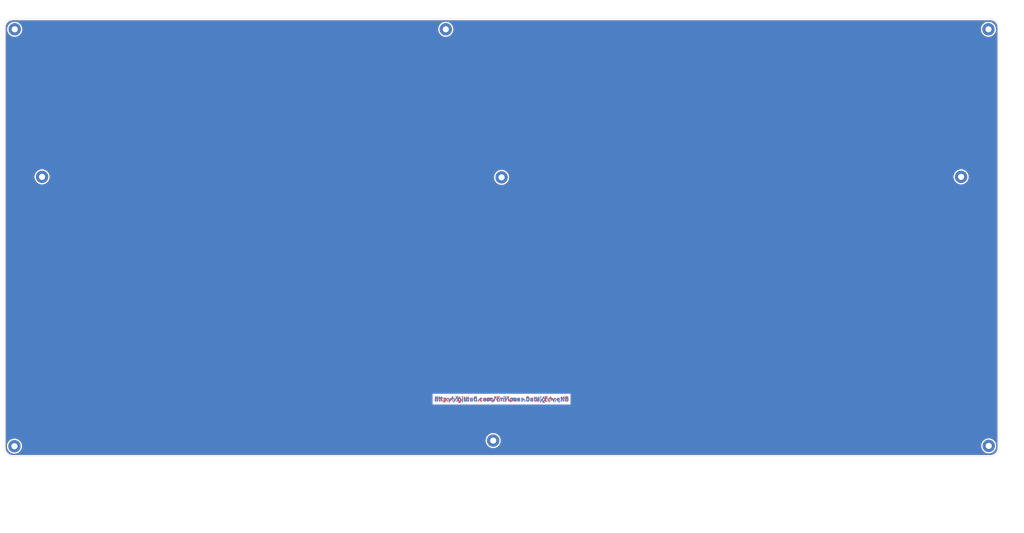
<source format=kicad_pcb>
(kicad_pcb (version 20211014) (generator pcbnew)
  (title_block (title "EnvKB") (date "2021-04-06") (rev "Rev.1"))
  (layers (0 "F.Cu" signal) (31 "B.Cu" signal) (34 "B.Paste" user) (35 "F.Paste" user) (36 "B.SilkS" user "B.Silkscreen") (37 "F.SilkS" user "F.Silkscreen") (38 "B.Mask" user) (39 "F.Mask" user) (44 "Edge.Cuts" user))
  (net 0 "")
  (footprint "MountingHole:MountingHole_2.2mm_M2_Pad" (layer "F.Cu") (at 48.375 116.06)
    (fp_text reference "H9")
    (fp_text value "MountingHole")
    (pad "1" thru_hole circle locked (at 0 0) (size 4.4 4.4) (drill 2.2) (layers *.Cu *.Mask))
  )
  (footprint "MountingHole:MountingHole_2.2mm_M2_Pad" (layer "F.Cu") (at 376.075 116.06)
    (fp_text reference "H10")
    (fp_text value "MountingHole")
    (pad "1" thru_hole circle locked (at 0 0) (size 4.4 4.4) (drill 2.2) (layers *.Cu *.Mask))
  )
  (footprint "MountingHole:MountingHole_2.2mm_M2_Pad" (layer "F.Cu") (at 385.925 212.085)
    (fp_text reference "H4")
    (fp_text value "MountingHole")
    (pad "1" thru_hole circle locked (at 0 0) (size 4.4 4.4) (drill 2.2) (layers *.Cu *.Mask))
  )
  (footprint "MountingHole:MountingHole_2.2mm_M2_Pad" (layer "F.Cu") (at 212.225 116.235)
    (fp_text reference "H6")
    (fp_text value "MountingHole")
    (pad "1" thru_hole circle locked (at 0 0) (size 4.4 4.4) (drill 2.2) (layers *.Cu *.Mask))
  )
  (footprint "MountingHole:MountingHole_2.2mm_M2_Pad" (layer "F.Cu") (at 385.825 63.385)
    (fp_text reference "H1")
    (fp_text value "MountingHole")
    (pad "1" thru_hole circle locked (at 0 0) (size 4.4 4.4) (drill 2.2) (layers *.Cu *.Mask))
  )
  (footprint "MountingHole:MountingHole_2.2mm_M2_Pad" (layer "F.Cu") (at 209.225 210.185)
    (fp_text reference "H7")
    (fp_text value "MountingHole")
    (pad "1" thru_hole circle locked (at 0 0) (size 4.4 4.4) (drill 2.2) (layers *.Cu *.Mask))
  )
  (footprint "MountingHole:MountingHole_2.2mm_M2_Pad" (layer "F.Cu") (at 38.525 212.185)
    (fp_text reference "H3")
    (fp_text value "MountingHole")
    (pad "1" thru_hole circle locked (at 0 0) (size 4.4 4.4) (drill 2.2) (layers *.Cu *.Mask))
  )
  (footprint "MountingHole:MountingHole_2.2mm_M2_Pad" (layer "F.Cu") (at 38.625 63.385)
    (fp_text reference "H0")
    (fp_text value "MountingHole")
    (pad "1" thru_hole circle locked (at 0 0) (size 4.4 4.4) (drill 2.2) (layers *.Cu *.Mask))
  )
  (footprint "MountingHole:MountingHole_2.2mm_M2_Pad" (layer "F.Cu") (at 192.325 63.385)
    (fp_text reference "H11")
    (fp_text value "MountingHole")
    (pad "1" thru_hole circle (at 0 0) (size 4.4 4.4) (drill 2.2) (layers *.Cu *.Mask))
  )
  (gr_line (start 386.525 215.785) (end 37.925 215.785) (layer "Edge.Cuts") (width 0.1))
  (gr_line (start 37.925 59.685) (end 386.525 59.685) (layer "Edge.Cuts") (width 0.1))
  (gr_arc (start 386.525 59.685) (mid 388.64632 60.56368) (end 389.525 62.685) (layer "Edge.Cuts") (width 0.1))
  (gr_arc (start 389.525 212.785) (mid 388.64632 214.90632) (end 386.525 215.785) (layer "Edge.Cuts") (width 0.1))
  (gr_arc (start 37.925 215.785) (mid 35.80368 214.90632) (end 34.925 212.785) (layer "Edge.Cuts") (width 0.1))
  (gr_arc (start 34.925 62.685) (mid 35.80368 60.56368) (end 37.925 59.685) (layer "Edge.Cuts") (width 0.1))
  (gr_line (start 34.925 212.785) (end 34.925 62.685) (layer "Edge.Cuts") (width 0.1))
  (gr_line (start 389.525 62.685) (end 389.525 212.785) (layer "Edge.Cuts") (width 0.1))
  (gr_text "http://github.com/Envious-Data/Env-KB" (at 212.225 195.385) (layer "F.Cu") (effects (font (size 1.5 1.5) (thickness 0.3))))
  (gr_text "http://github.com/Envious-Data/Env-KB" (at 212.225 195.385) (layer "B.Cu") (effects (font (size 1.5 1.5) (thickness 0.3)) (justify mirror)))
  (zone (net 0) (net_name "") (layer "F.Cu") (connect_pads yes (clearance 0.508)) (min_thickness 0.254) (fill yes (thermal_gap 0.508) (thermal_bridge_width 0.508))
    (polygon (pts (xy 389.575 215.835) (xy 34.875 215.835) (xy 34.875 59.635) (xy 389.575 59.635)))
  )
  (zone (net 0) (net_name "") (layer "B.Cu") (connect_pads yes (clearance 0.508)) (min_thickness 0.254) (fill yes (thermal_gap 0.508) (thermal_bridge_width 0.508))
    (polygon (pts (xy 389.575 215.835) (xy 34.875 215.835) (xy 34.875 59.635) (xy 389.575 59.635)))
  )
)
</source>
